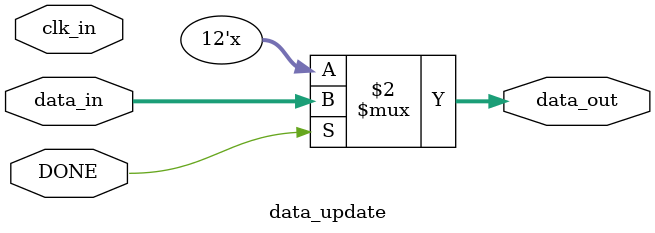
<source format=v>
`timescale 1ns / 1ps

module data_update(
input clk_in,
input DONE,
input [11:0] data_in,
output reg [11:0] data_out
    );
    
    always @ (DONE)
    if(DONE)
        data_out <= data_in;

    
endmodule

</source>
